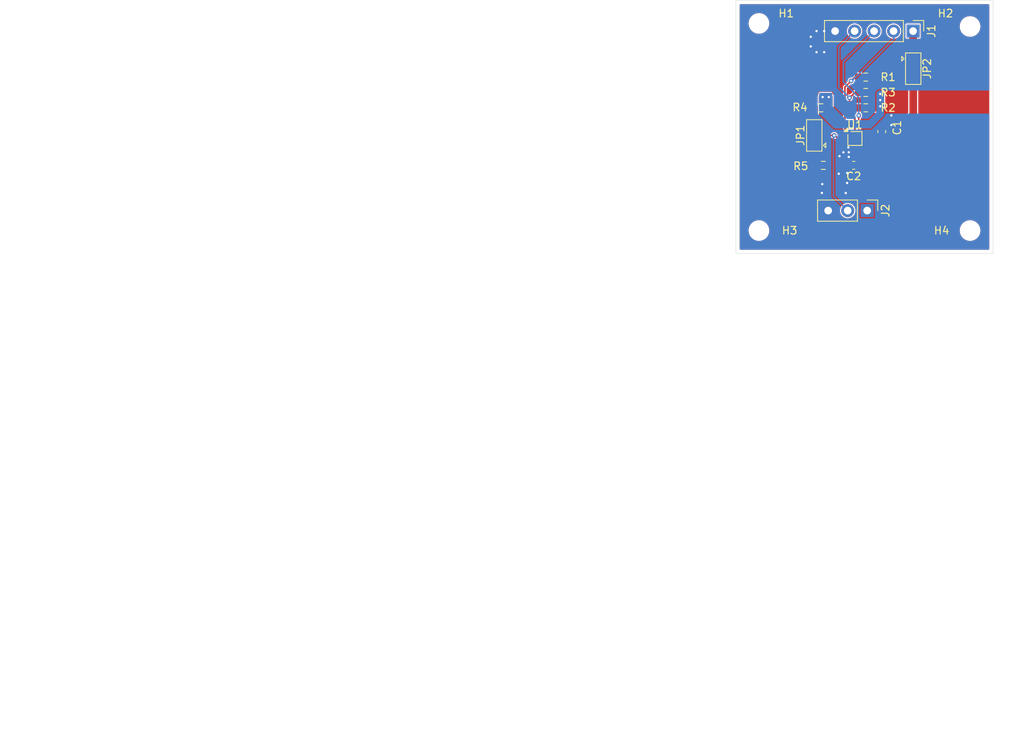
<source format=kicad_pcb>
(kicad_pcb (version 20241229) (generator "pcbnew") (generator_version "9.0")
  (layers (0 "F.Cu" signal) (2 "B.Cu" signal) (13 "F.Paste" user) (15 "B.Paste" user) (5 "F.SilkS" user "F.Silkscreen") (7 "B.SilkS" user "B.Silkscreen") (1 "F.Mask" user) (3 "B.Mask" user) (25 "Edge.Cuts" user))
  (net 0 "")
  (net 1 "VDD")
  (net 2 "GNDREF")
  (net 3 "+BATT")
  (net 4 "/GPOUT")
  (net 5 "/SCL")
  (net 6 "VDDE")
  (net 7 "/SDA")
  (net 8 "/BIN")
  (net 9 "VDDEx")
  (net 10 "Net-(JP1-A)")
  (net 11 "Net-(JP1-B)")
  (footprint "Connector_PinHeader_2.54mm:PinHeader_1x05_P2.54mm_Vertical" (layer "F.Cu") (at 146.78 83.55 -90)
    (property "Reference" "J1" (at 0 -2.38 90) (layer "F.SilkS"))
    (property "Value" "Conn_01x05_Pin" (hide yes))
    (fp_line (start -1.38 11.54) (end 1.38 11.54) (stroke (width 0.12)) (layer "F.SilkS"))
    (fp_line (start -1.38 1.27) (end -1.38 11.54) (stroke (width 0.12)) (layer "F.SilkS"))
    (fp_line (start -1.38 1.27) (end 1.38 1.27) (stroke (width 0.12)) (layer "F.SilkS"))
    (fp_line (start 1.38 1.27) (end 1.38 11.54) (stroke (width 0.12)) (layer "F.SilkS"))
    (fp_line (start -1.38 0) (end -1.38 -1.38) (stroke (width 0.12)) (layer "F.SilkS"))
    (fp_line (start -1.38 -1.38) (end 0 -1.38) (stroke (width 0.12)) (layer "F.SilkS"))
    (pad "1" thru_hole rect (at 0 0 270) (size 1.7 1.7) (drill 1) (layers "*.Cu" "*.Mask") (net 6 "VDDE"))
    (pad "2" thru_hole circle (at 0 2.54 270) (size 1.7 1.7) (drill 1) (layers "*.Cu" "*.Mask") (net 4 "/GPOUT"))
    (pad "3" thru_hole circle (at 0 5.08 270) (size 1.7 1.7) (drill 1) (layers "*.Cu" "*.Mask") (net 5 "/SCL"))
    (pad "4" thru_hole circle (at 0 7.62 270) (size 1.7 1.7) (drill 1) (layers "*.Cu" "*.Mask") (net 7 "/SDA"))
    (pad "5" thru_hole circle (at 0 10.16 270) (size 1.7 1.7) (drill 1) (layers "*.Cu" "*.Mask") (net 2 "GNDREF"))
  )
  (footprint "Resistor_SMD:R_0603_1608Metric_Pad0.98x0.95mm_HandSolder" (layer "F.Cu") (at 140.6125 89.55 180)
    (property "Reference" "R1" (at -2.9125 0 0) (layer "F.SilkS"))
    (property "Value" "10k" (hide yes))
    (fp_line (start -0.254724 0.5225) (end 0.254724 0.5225) (stroke (width 0.12)) (layer "F.SilkS"))
    (fp_line (start -0.254724 -0.5225) (end 0.254724 -0.5225) (stroke (width 0.12)) (layer "F.SilkS"))
    (pad "1" smd roundrect (at -0.9125 0 180) (size 0.975 0.95) (layers "F.Cu" "F.Mask" "F.Paste") (net 9 "VDDEx"))
    (pad "2" smd roundrect (at 0.9125 0 180) (size 0.975 0.95) (layers "F.Cu" "F.Mask" "F.Paste") (net 4 "/GPOUT"))
  )
  (footprint "Jumper:SolderJumper-3_P1.3mm_Bridged12_Pad1.0x1.5mm" (layer "F.Cu") (at 146.8 88.45 -90)
    (property "Reference" "JP2" (at 0 -1.8 90) (layer "F.SilkS"))
    (property "Value" "SolderJumper_3_Bridged12" (hide yes))
    (fp_poly (pts (xy -0.9 -0.3) (xy -0.4 -0.3) (xy -0.4 0.3) (xy -0.9 0.3)) (fill yes) (layer "F.Cu"))
    (fp_line (start -1.6 1.5) (end -1 1.5) (stroke (width 0.12)) (layer "F.SilkS"))
    (fp_line (start -1.3 1.2) (end -1.6 1.5) (stroke (width 0.12)) (layer "F.SilkS"))
    (fp_line (start -1.3 1.2) (end -1 1.5) (stroke (width 0.12)) (layer "F.SilkS"))
    (fp_line (start -2.05 1) (end -2.05 -1) (stroke (width 0.12)) (layer "F.SilkS"))
    (fp_line (start 2.05 1) (end -2.05 1) (stroke (width 0.12)) (layer "F.SilkS"))
    (fp_line (start -2.05 -1) (end 2.05 -1) (stroke (width 0.12)) (layer "F.SilkS"))
    (fp_line (start 2.05 -1) (end 2.05 1) (stroke (width 0.12)) (layer "F.SilkS"))
    (pad "1" smd rect (at -1.3 0 270) (size 1 1.5) (layers "F.Cu" "F.Mask") (net 6 "VDDE"))
    (pad "2" smd rect (at 0 0 270) (size 1 1.5) (layers "F.Cu" "F.Mask") (net 9 "VDDEx"))
    (pad "3" smd rect (at 1.3 0 270) (size 1 1.5) (layers "F.Cu" "F.Mask") (net 1 "VDD"))
  )
  (footprint "MountingHole:MountingHole_2.2mm_M2" (layer "F.Cu") (at 154.2 109.55)
    (property "Reference" "H4" (at -3.7 0 0) (layer "F.SilkS"))
    (property "Value" "MountingHole" (hide yes))
    (pad "" np_thru_hole circle (at 0 0) (size 2.2 2.2) (drill 2.2) (layers "*.Cu" "*.Mask"))
  )
  (footprint "Resistor_SMD:R_0603_1608Metric_Pad0.98x0.95mm_HandSolder" (layer "F.Cu") (at 134.7875 93.55 180)
    (property "Reference" "R4" (at 2.7375 0.05 0) (layer "F.SilkS"))
    (property "Value" "1.8M" (hide yes))
    (fp_line (start -0.254724 0.5225) (end 0.254724 0.5225) (stroke (width 0.12)) (layer "F.SilkS"))
    (fp_line (start -0.254724 -0.5225) (end 0.254724 -0.5225) (stroke (width 0.12)) (layer "F.SilkS"))
    (pad "1" smd roundrect (at -0.9125 0 180) (size 0.975 0.95) (layers "F.Cu" "F.Mask" "F.Paste") (net 9 "VDDEx"))
    (pad "2" smd roundrect (at 0.9125 0 180) (size 0.975 0.95) (layers "F.Cu" "F.Mask" "F.Paste") (net 11 "Net-(JP1-B)"))
  )
  (footprint "Capacitor_SMD:C_0603_1608Metric_Pad1.08x0.95mm_HandSolder" (layer "F.Cu") (at 142.7 96.65 90)
    (property "Reference" "C1" (at 0.5 2 90) (layer "F.SilkS"))
    (property "Value" "0.47u" (hide yes))
    (fp_line (start -0.146267 -0.51) (end 0.146267 -0.51) (stroke (width 0.12)) (layer "F.SilkS"))
    (fp_line (start -0.146267 0.51) (end 0.146267 0.51) (stroke (width 0.12)) (layer "F.SilkS"))
    (pad "1" smd roundrect (at -0.8625 0 90) (size 1.075 0.95) (layers "F.Cu" "F.Mask" "F.Paste") (net 1 "VDD"))
    (pad "2" smd roundrect (at 0.8625 0 90) (size 1.075 0.95) (layers "F.Cu" "F.Mask" "F.Paste") (net 2 "GNDREF"))
  )
  (footprint "Resistor_SMD:R_0603_1608Metric_Pad0.98x0.95mm_HandSolder" (layer "F.Cu") (at 135.0875 101.05)
    (property "Reference" "R5" (at -2.9375 0.1 0) (layer "F.SilkS"))
    (property "Value" "10k" (hide yes))
    (fp_line (start -0.254724 -0.5225) (end 0.254724 -0.5225) (stroke (width 0.12)) (layer "F.SilkS"))
    (fp_line (start -0.254724 0.5225) (end 0.254724 0.5225) (stroke (width 0.12)) (layer "F.SilkS"))
    (pad "1" smd roundrect (at -0.9125 0) (size 0.975 0.95) (layers "F.Cu" "F.Mask" "F.Paste") (net 10 "Net-(JP1-A)"))
    (pad "2" smd roundrect (at 0.9125 0) (size 0.975 0.95) (layers "F.Cu" "F.Mask" "F.Paste") (net 2 "GNDREF"))
  )
  (footprint "Fiducial:Fiducial_0.5mm_Mask1mm" (layer "F.Cu") (at 150.5 85.75)
    (property "Reference" "FID1" (hide yes))
    (property "Value" "Fiducial" (hide yes))
    (pad "" smd circle (at 0 0) (size 0.5 0.5) (layers "F.Cu" "F.Mask") (clearance 0.25))
  )
  (footprint "MountingHole:MountingHole_2.2mm_M2" (layer "F.Cu") (at 126.7 109.55)
    (property "Reference" "H3" (at 4 0 0) (layer "F.SilkS"))
    (property "Value" "MountingHole" (hide yes))
    (pad "" np_thru_hole circle (at 0 0) (size 2.2 2.2) (drill 2.2) (layers "*.Cu" "*.Mask"))
  )
  (footprint "Jumper:SolderJumper-3_P1.3mm_Bridged12_Pad1.0x1.5mm" (layer "F.Cu") (at 133.9075 97.15 90)
    (property "Reference" "JP1" (at 0 -1.8 90) (layer "F.SilkS"))
    (property "Value" "SolderJumper_3_Bridged12" (hide yes))
    (fp_poly (pts (xy -0.9 -0.3) (xy -0.4 -0.3) (xy -0.4 0.3) (xy -0.9 0.3)) (fill yes) (layer "F.Cu"))
    (fp_line (start 2.05 -1) (end 2.05 1) (stroke (width 0.12)) (layer "F.SilkS"))
    (fp_line (start -2.05 -1) (end 2.05 -1) (stroke (width 0.12)) (layer "F.SilkS"))
    (fp_line (start 2.05 1) (end -2.05 1) (stroke (width 0.12)) (layer "F.SilkS"))
    (fp_line (start -2.05 1) (end -2.05 -1) (stroke (width 0.12)) (layer "F.SilkS"))
    (fp_line (start -1.3 1.2) (end -1 1.5) (stroke (width 0.12)) (layer "F.SilkS"))
    (fp_line (start -1.3 1.2) (end -1.6 1.5) (stroke (width 0.12)) (layer "F.SilkS"))
    (fp_line (start -1.6 1.5) (end -1 1.5) (stroke (width 0.12)) (layer "F.SilkS"))
    (pad "1" smd rect (at -1.3 0 90) (size 1 1.5) (layers "F.Cu" "F.Mask") (net 10 "Net-(JP1-A)"))
    (pad "2" smd rect (at 0 0 90) (size 1 1.5) (layers "F.Cu" "F.Mask") (net 8 "/BIN"))
    (pad "3" smd rect (at 1.3 0 90) (size 1 1.5) (layers "F.Cu" "F.Mask") (net 11 "Net-(JP1-B)"))
  )
  (footprint "MountingHole:MountingHole_2.2mm_M2" (layer "F.Cu") (at 126.7 82.55)
    (property "Reference" "H1" (at 3.55 -1.3 0) (layer "F.SilkS"))
    (property "Value" "MountingHole" (hide yes))
    (pad "" np_thru_hole circle (at 0 0) (size 2.2 2.2) (drill 2.2) (layers "*.Cu" "*.Mask"))
  )
  (footprint "Package_BGA:Texas_DSBGA-9_1.62x1.58mm_Layout3x3_P0.5mm" (layer "F.Cu") (at 139.2 97.55)
    (property "Reference" "U1" (at 0 -1.79 0) (layer "F.SilkS"))
    (property "Value" "BQ27621-G1" (hide yes))
    (fp_line (start -0.92 0.9) (end -0.92 -0.505) (stroke (width 0.12)) (layer "F.SilkS"))
    (fp_line (start -0.525 -0.9) (end 0.92 -0.9) (stroke (width 0.12)) (layer "F.SilkS"))
    (fp_line (start 0.92 -0.9) (end 0.92 0.9) (stroke (width 0.12)) (layer "F.SilkS"))
    (fp_line (start 0.92 0.9) (end -0.92 0.9) (stroke (width 0.12)) (layer "F.SilkS"))
    (fp_poly (pts (xy -0.92 -0.9) (xy -1.42 -0.9) (xy -0.92 -1.4)) (stroke (width 0.12)) (fill yes) (layer "F.SilkS"))
    (pad "A1" smd circle (at -0.5 -0.5) (size 0.245 0.245) (property pad_prop_bga) (layers "F.Cu" "F.Mask" "F.Paste") (net 4 "/GPOUT"))
    (pad "A2" smd circle (at 0 -0.5) (size 0.245 0.245) (property pad_prop_bga) (layers "F.Cu" "F.Mask" "F.Paste") (net 7 "/SDA"))
    (pad "A3" smd circle (at 0.5 -0.5) (size 0.245 0.245) (property pad_prop_bga) (layers "F.Cu" "F.Mask" "F.Paste") (net 5 "/SCL"))
    (pad "B1" smd circle (at -0.5 0) (size 0.245 0.245) (property pad_prop_bga) (layers "F.Cu" "F.Mask" "F.Paste") (net 8 "/BIN"))
    (pad "B2" smd circle (at 0 0) (size 0.245 0.245) (property pad_prop_bga) (layers "F.Cu" "F.Mask" "F.Paste") (net 2 "GNDREF"))
    (pad "B3" smd circle (at 0.5 0) (size 0.245 0.245) (property pad_prop_bga) (layers "F.Cu" "F.Mask" "F.Paste") (net 1 "VDD"))
    (pad "C1" smd circle (at -0.5 0.5) (size 0.245 0.245) (property pad_prop_bga) (layers "F.Cu" "F.Mask" "F.Paste") (net 2 "GNDREF"))
    (pad "C2" smd circle (at 0 0.5) (size 0.245 0.245) (property pad_prop_bga) (layers "F.Cu" "F.Mask" "F.Paste") (net 3 "+BATT"))
    (pad "C3" smd circle (at 0.5 0.5) (size 0.245 0.245) (property pad_prop_bga) (layers "F.Cu" "F.Mask" "F.Paste") (net 3 "+BATT"))
  )
  (footprint "Fiducial:Fiducial_0.5mm_Mask1mm" (layer "F.Cu") (at 147.5 110.5)
    (property "Reference" "FID3" (hide yes))
    (property "Value" "Fiducial" (hide yes))
    (pad "" smd circle (at 0 0) (size 0.5 0.5) (layers "F.Cu" "F.Mask") (clearance 0.25))
  )
  (footprint "Connector_PinHeader_2.54mm:PinHeader_1x03_P2.54mm_Vertical" (layer "F.Cu") (at 140.8 106.95 -90)
    (property "Reference" "J2" (at 0 -2.38 90) (layer "F.SilkS"))
    (property "Value" "Conn_01x03_Pin" (hide yes))
    (fp_line (start -1.38 6.46) (end 1.38 6.46) (stroke (width 0.12)) (layer "F.SilkS"))
    (fp_line (start -1.38 1.27) (end -1.38 6.46) (stroke (width 0.12)) (layer "F.SilkS"))
    (fp_line (start -1.38 1.27) (end 1.38 1.27) (stroke (width 0.12)) (layer "F.SilkS"))
    (fp_line (start 1.38 1.27) (end 1.38 6.46) (stroke (width 0.12)) (layer "F.SilkS"))
    (fp_line (start -1.38 0) (end -1.38 -1.38) (stroke (width 0.12)) (layer "F.SilkS"))
    (fp_line (start -1.38 -1.38) (end 0 -1.38) (stroke (width 0.12)) (layer "F.SilkS"))
    (pad "1" thru_hole rect (at 0 0 270) (size 1.7 1.7) (drill 1) (layers "*.Cu" "*.Mask") (net 3 "+BATT"))
    (pad "2" thru_hole circle (at 0 2.54 270) (size 1.7 1.7) (drill 1) (layers "*.Cu" "*.Mask") (net 8 "/BIN"))
    (pad "3" thru_hole circle (at 0 5.08 270) (size 1.7 1.7) (drill 1) (layers "*.Cu" "*.Mask") (net 2 "GNDREF"))
  )
  (footprint "Resistor_SMD:R_0603_1608Metric_Pad0.98x0.95mm_HandSolder" (layer "F.Cu") (at 140.6125 93.55 180)
    (property "Reference" "R2" (at -2.9125 0 0) (layer "F.SilkS"))
    (property "Value" "5.1k" (hide yes))
    (fp_line (start -0.254724 0.5225) (end 0.254724 0.5225) (stroke (width 0.12)) (layer "F.SilkS"))
    (fp_line (start -0.254724 -0.5225) (end 0.254724 -0.5225) (stroke (width 0.12)) (layer "F.SilkS"))
    (pad "1" smd roundrect (at -0.9125 0 180) (size 0.975 0.95) (layers "F.Cu" "F.Mask" "F.Paste") (net 9 "VDDEx"))
    (pad "2" smd roundrect (at 0.9125 0 180) (size 0.975 0.95) (layers "F.Cu" "F.Mask" "F.Paste") (net 5 "/SCL"))
  )
  (footprint "Fiducial:Fiducial_0.5mm_Mask1mm" (layer "F.Cu") (at 126.2 88.55)
    (property "Reference" "FID2" (hide yes))
    (property "Value" "Fiducial" (hide yes))
    (pad "" smd circle (at 0 0) (size 0.5 0.5) (layers "F.Cu" "F.Mask") (clearance 0.25))
  )
  (footprint "Capacitor_SMD:C_0603_1608Metric_Pad1.08x0.95mm_HandSolder" (layer "F.Cu") (at 139.05 101.05 180)
    (property "Reference" "C2" (at 0 -1.43 0) (layer "F.SilkS"))
    (property "Value" "1u" (hide yes))
    (fp_line (start -0.146267 0.51) (end 0.146267 0.51) (stroke (width 0.12)) (layer "F.SilkS"))
    (fp_line (start -0.146267 -0.51) (end 0.146267 -0.51) (stroke (width 0.12)) (layer "F.SilkS"))
    (pad "1" smd roundrect (at -0.8625 0 180) (size 1.075 0.95) (layers "F.Cu" "F.Mask" "F.Paste") (net 3 "+BATT"))
    (pad "2" smd roundrect (at 0.8625 0 180) (size 1.075 0.95) (layers "F.Cu" "F.Mask" "F.Paste") (net 2 "GNDREF"))
  )
  (footprint "MountingHole:MountingHole_2.2mm_M2" (layer "F.Cu") (at 154.2 82.95)
    (property "Reference" "H2" (at -3.2 -1.7 0) (layer "F.SilkS"))
    (property "Value" "MountingHole" (hide yes))
    (pad "" np_thru_hole circle (at 0 0) (size 2.2 2.2) (drill 2.2) (layers "*.Cu" "*.Mask"))
  )
  (footprint "Resistor_SMD:R_0603_1608Metric_Pad0.98x0.95mm_HandSolder" (layer "F.Cu") (at 140.6125 91.55 180)
    (property "Reference" "R3" (at -2.9125 0 0) (layer "F.SilkS"))
    (property "Value" "5.1k" (hide yes))
    (fp_line (start -0.254724 0.5225) (end 0.254724 0.5225) (stroke (width 0.12)) (layer "F.SilkS"))
    (fp_line (start -0.254724 -0.5225) (end 0.254724 -0.5225) (stroke (width 0.12)) (layer "F.SilkS"))
    (pad "1" smd roundrect (at -0.9125 0 180) (size 0.975 0.95) (layers "F.Cu" "F.Mask" "F.Paste") (net 9 "VDDEx"))
    (pad "2" smd roundrect (at 0.9125 0 180) (size 0.975 0.95) (layers "F.Cu" "F.Mask" "F.Paste") (net 7 "/SDA"))
  )
  (gr_poly (pts (xy 139.15 97.95) (xy 140 97.95) (xy 140.6 98.55) (xy 142.2 100.35) (xy 142.2 103.55) (xy 142.2 108.55) (xy 139.4 108.55) (xy 139.4 98.35) (xy 139.15 98.183334)) (stroke (width 0.1)) (fill yes) (layer "F.Cu") (net 3))
  (gr_rect (start 134.75 92.25) (end 136 92.25) (stroke (width 0.2)) (fill no) (layer "F.Cu") (net 9))
  (gr_rect (start 134.7 91.7246) (end 136.05 91.9) (stroke (width 0.2)) (fill no) (layer "F.Cu") (net 9))
  (gr_poly (pts (xy 138.85 97.9) (xy 138.85 98.19) (xy 138.65 98.35) (xy 138.65 104.55) (xy 136.9 106.15) (xy 136.9 108.55) (xy 134.25 108.55) (xy 134.25 103.8) (xy 135.5 102.25) (xy 135.5 100.25) (xy 135.8 100.25) (xy 137.7 98.7) (xy 138.35 97.9)) (stroke (width 0.1)) (fill yes) (layer "F.Cu") (net 2))
  (gr_poly (pts (xy 134.6 91.65) (xy 136.2 91.65) (xy 136.2 92.45) (xy 134.6 92.45)) (stroke (width 0.1)) (fill yes) (layer "B.Cu") (net 9))
  (gr_rect (start 123.7 79.55) (end 157.2 112.55) (stroke (width 0.05)) (fill no) (layer "Edge.Cuts"))
  (segment (start 140.3 97.55) (end 140.8 97.55) (width 0.5) (layer "F.Cu") (net 1))
  (segment (start 143.7 97.55) (end 140.8 97.55) (width 1) (layer "F.Cu") (net 1))
  (segment (start 139.7 97.55) (end 140.3 97.55) (width 0.2) (layer "F.Cu") (net 1))
  (segment (start 146.8 89.75) (end 146.8 94.45) (width 1) (layer "F.Cu") (net 1))
  (segment (start 146.8 94.45) (end 143.7 97.55) (width 1) (layer "F.Cu") (net 1))
  (segment (start 138.35 98.7) (end 137.8 99.25) (width 0.15) (layer "F.Cu") (net 2))
  (segment (start 138.749 98.001) (end 138.749 97.951) (width 0.2) (layer "F.Cu") (net 2))
  (segment (start 136 101.85) (end 136.3 102.15) (width 0.15) (layer "F.Cu") (net 2))
  (segment (start 135.2 103.95) (end 136.6 103.95) (width 0.2) (layer "F.Cu") (net 2))
  (segment (start 136 101.55) (end 136 101.85) (width 0.15) (layer "F.Cu") (net 2))
  (segment (start 138.4 101.4) (end 138.4 99.85) (width 0.2) (layer "F.Cu") (net 2))
  (segment (start 136.3 102.15) (end 137.1 102.15) (width 0.15) (layer "F.Cu") (net 2))
  (segment (start 138.1875 101.05) (end 138.1875 103.35) (width 0.2) (layer "F.Cu") (net 2))
  (segment (start 138.4 99.85) (end 137.8 99.25) (width 0.2) (layer "F.Cu") (net 2))
  (segment (start 138.1 102.15) (end 138.2 102.05) (width 0.15) (layer "F.Cu") (net 2))
  (segment (start 136.575 100.175) (end 138.7 98.05) (width 0.2) (layer "F.Cu") (net 2))
  (segment (start 134.9 103.55) (end 134.95 103.5) (width 0.2) (layer "F.Cu") (net 2))
  (segment (start 136.62 83.55) (end 136.7 83.55) (width 0.2) (layer "F.Cu") (net 2))
  (segment (start 138.35 101.45) (end 138.35 98.7) (width 0.2) (layer "F.Cu") (net 2))
  (segment (start 136.9 104.25) (end 136.9 105.45) (width 0.2) (layer "F.Cu") (net 2))
  (segment (start 137.8 99.25) (end 137.4 99.65) (width 0.15) (layer "F.Cu") (net 2))
  (segment (start 135.72 106.37) (end 134.9 105.55) (width 0.2) (layer "F.Cu") (net 2))
  (segment (start 137.8 99.25) (end 137.9 99.15) (width 0.2) (layer "F.Cu") (net 2))
  (segment (start 135.2 83.55) (end 134.2 83.55) (width 0.2) (layer "F.Cu") (net 2))
  (segment (start 142.7 95.7875) (end 143.9375 95.7875) (width 0.2) (layer "F.Cu") (net 2))
  (segment (start 143.95 95.8) (end 143.95 94.55) (width 0.2) (layer "F.Cu") (net 2))
  (segment (start 134.9 105.55) (end 134.9 104.65) (width 0.2) (layer "F.Cu") (net 2))
  (segment (start 138.01 104.66) (end 135.72 106.95) (width 0.2) (layer "F.Cu") (net 2))
  (segment (start 136.575 100.475) (end 138.35 98.7) (width 0.15) (layer "F.Cu") (net 2))
  (segment (start 135.72 106.95) (end 135.72 106.37) (width 0.2) (layer "F.Cu") (net 2))
  (segment (start 137.1 102.15) (end 138.1 102.15) (width 0.15) (layer "F.Cu") (net 2))
  (segment (start 138.7 98.05) (end 139.2 97.55) (width 0.15) (layer "F.Cu") (net 2))
  (segment (start 133.7 83.55) (end 133.45 83.8) (width 0.2) (layer "F.Cu") (net 2))
  (segment (start 134.9 104.65) (end 134.9 104.25) (width 0.2) (layer "F.Cu") (net 2))
  (segment (start 136.9 105.45) (end 136.4 105.95) (width 0.2) (layer "F.Cu") (net 2))
  (segment (start 133.7 86.3) (end 135.2 86.3) (width 0.2) (layer "F.Cu") (net 2))
  (segment (start 136 102.45) (end 136 101.55) (width 0.2) (layer "F.Cu") (net 2))
  (segment (start 136 101.05) (end 136 101.55) (width 0.15) (layer "F.Cu") (net 2))
  (segment (start 136.575 101.075) (end 138.5 99.15) (width 0.2) (layer "F.Cu") (net 2))
  (segment (start 137.8 99.85) (end 138.4 99.25) (width 0.2) (layer "F.Cu") (net 2))
  (segment (start 138.1875 103.35) (end 138.1875 104.4825) (width 0.2) (layer "F.Cu") (net 2))
  (segment (start 133.45 85.55) (end 133.45 86.05) (width 0.2) (layer "F.Cu") (net 2))
  (segment (start 133.45 83.8) (end 133.45 85.55) (width 0.2) (layer "F.Cu") (net 2))
  (segment (start 138.7 98.05) (end 138.749 98.001) (width 0.2) (layer "F.Cu") (net 2))
  (segment (start 138.1875 104.4825) (end 138.01 104.66) (width 0.2) (layer "F.Cu") (net 2))
  (segment (start 136.7 83.55) (end 135.2 83.55) (width 0.2) (layer "F.Cu") (net 2))
  (segment (start 134.95 103.5) (end 136 102.45) (width 0.2) (layer "F.Cu") (net 2))
  (segment (start 133.45 86.05) (end 133.7 86.3) (width 0.2) (layer "F.Cu") (net 2))
  (segment (start 134.9 104.65) (end 134.9 103.55) (width 0.2) (layer "F.Cu") (net 2))
  (segment (start 137.2 99.85) (end 137.8 99.85) (width 0.2) (layer "F.Cu") (net 2))
  (segment (start 136 101.05) (end 137.4 99.65) (width 0.15) (layer "F.Cu") (net 2))
  (segment (start 136.6 103.95) (end 136.9 104.25) (width 0.2) (layer "F.Cu") (net 2))
  (segment (start 134.9 104.25) (end 135.2 103.95) (width 0.2) (layer "F.Cu") (net 2))
  (segment (start 134.2 83.55) (end 133.7 83.55) (width 0.2) (layer "F.Cu") (net 2))
  (segment (start 143.9375 95.7875) (end 143.95 95.8) (width 0.2) (layer "F.Cu") (net 2))
  (via (at 138.2 102.05) (size 0.6) (drill 0.3) (layers "F.Cu" "B.Cu") (net 2))
  (via (at 138.01 104.66) (size 0.6) (drill 0.3) (layers "F.Cu" "B.Cu") (net 2))
  (via (at 137.7 99.35) (size 0.6) (drill 0.3) (layers "F.Cu" "B.Cu") (net 2))
  (via (at 143.95 94.55) (size 0.6) (drill 0.3) (layers "F.Cu" "B.Cu") (net 2))
  (via (at 138.1875 103.35) (size 0.6) (drill 0.3) (layers "F.Cu" "B.Cu") (net 2))
  (via (at 138.4 99.35) (size 0.6) (drill 0.3) (layers "F.Cu" "B.Cu") (net 2))
  (via (at 137.2 99.85) (size 0.6) (drill 0.3) (layers "F.Cu" "B.Cu") (net 2))
  (via (at 138.4 99.95) (size 0.6) (drill 0.3) (layers "F.Cu" "B.Cu") (net 2))
  (via (at 143.95 95.8) (size 0.6) (drill 0.3) (layers "F.Cu" "B.Cu") (net 2))
  (via (at 133.45 85.55) (size 0.6) (drill 0.3) (layers "F.Cu" "B.Cu") (net 2))
  (via (at 138.35 98.7) (size 0.6) (drill 0.3) (layers "F.Cu" "B.Cu") (net 2))
  (via (at 134.2 86.3) (size 0.6) (drill 0.3) (layers "F.Cu" "B.Cu") (net 2))
  (via (at 134.2 83.55) (size 0.6) (drill 0.3) (layers "F.Cu" "B.Cu") (net 2))
  (via (at 137.1 102.15) (size 0.6) (drill 0.3) (layers "F.Cu" "B.Cu") (net 2))
  (via (at 133.45 84.3) (size 0.6) (drill 0.3) (layers "F.Cu" "B.Cu") (net 2))
  (via (at 134.9 104.65) (size 0.6) (drill 0.3) (layers "F.Cu" "B.Cu") (net 2))
  (via (at 134.95 103.5) (size 0.6) (drill 0.3) (layers "F.Cu" "B.Cu") (net 2))
  (via (at 135.2 83.55) (size 0.6) (drill 0.3) (layers "F.Cu" "B.Cu") (net 2))
  (via (at 135.2 86.3) (size 0.6) (drill 0.3) (layers "F.Cu" "B.Cu") (net 2))
  (segment (start 137.9 90.85) (end 139.2 89.55) (width 0.2) (layer "F.Cu") (net 4))
  (segment (start 139.2 89.55) (end 139.7 89.55) (width 0.2) (layer "F.Cu") (net 4))
  (segment (start 138.7 97.05) (end 137.9 96.25) (width 0.2) (layer "F.Cu") (net 4))
  (segment (start 137.9 96.25) (end 137.9 90.85) (width 0.2) (layer "F.Cu") (net 4))
  (via (at 138.7 90.05) (size 0.6) (drill 0.3) (layers "F.Cu" "B.Cu") (net 4))
  (segment (start 144.3 84.55) (end 144.24 84.49) (width 0.2) (layer "B.Cu") (net 4))
  (segment (start 144.24 84.49) (end 144.24 83.55) (width 0.2) (layer "B.Cu") (net 4))
  (segment (start 138.7 90.05) (end 138.8 90.05) (width 0.2) (layer "B.Cu") (net 4))
  (segment (start 138.8 90.05) (end 144.3 84.55) (width 0.2) (layer "B.Cu") (net 4))
  (segment (start 139.7 97.05) (end 139.7 94.55) (width 0.2) (layer "F.Cu") (net 5))
  (segment (start 139.7 94.55) (end 139.7 93.55) (width 0.2) (layer "F.Cu") (net 5))
  (via (at 139.7 94.55) (size 0.6) (drill 0.3) (layers "F.Cu" "B.Cu") (net 5))
  (segment (start 139.7 92.177991) (end 137.698 90.175991) (width 0.2) (layer "B.Cu") (net 5))
  (segment (start 139.7 94.55) (end 139.7 92.177991) (width 0.2) (layer "B.Cu") (net 5))
  (segment (start 137.698 90.175991) (end 137.698 87.552) (width 0.2) (layer "B.Cu") (net 5))
  (segment (start 137.698 87.552) (end 141.7 83.55) (width 0.2) (layer "B.Cu") (net 5))
  (segment (start 146.78 83.55) (end 146.78 87.13) (width 1) (layer "F.Cu") (net 6))
  (segment (start 146.78 87.13) (end 146.8 87.15) (width 0.2) (layer "F.Cu") (net 6))
  (segment (start 139.2 91.55) (end 139.7 91.55) (width 0.2) (layer "F.Cu") (net 7))
  (segment (start 139.2 95.05) (end 138.5 94.35) (width 0.2) (layer "F.Cu") (net 7))
  (segment (start 138.5 92.25) (end 139.2 91.55) (width 0.2) (layer "F.Cu") (net 7))
  (segment (start 139.2 97.05) (end 139.2 95.05) (width 0.2) (layer "F.Cu") (net 7))
  (segment (start 138.5 94.35) (end 138.5 92.25) (width 0.2) (layer "F.Cu") (net 7))
  (via (at 138.5 92.25) (size 0.6) (drill 0.3) (layers "F.Cu" "B.Cu") (net 7))
  (segment (start 137.1 90.85) (end 137.1 85.61) (width 0.2) (layer "B.Cu") (net 7))
  (segment (start 138.5 92.25) (end 137.1 90.85) (width 0.2) (layer "B.Cu") (net 7))
  (segment (start 137.1 85.61) (end 139.16 83.55) (width 0.2) (layer "B.Cu") (net 7))
  (segment (start 136.5 97.15) (end 133.9075 97.15) (width 0.2) (layer "F.Cu") (net 8))
  (segment (start 136.6 97.15) (end 136.5 97.15) (width 0.2) (layer "F.Cu") (net 8))
  (segment (start 137 97.55) (end 136.6 97.15) (width 0.2) (layer "F.Cu") (net 8))
  (segment (start 138.7 97.55) (end 137 97.55) (width 0.2) (layer "F.Cu") (net 8))
  (via (at 136.5 97.15) (size 0.6) (drill 0.3) (layers "F.Cu" "B.Cu") (net 8))
  (segment (start 136.4 105.09) (end 138.26 106.95) (width 0.2) (layer "B.Cu") (net 8))
  (segment (start 136.4 97.25) (end 136.4 105.09) (width 0.2) (layer "B.Cu") (net 8))
  (segment (start 136.5 97.15) (end 136.4 97.25) (width 0.2) (layer "B.Cu") (net 8))
  (segment (start 142.2 93.55) (end 141.525 93.55) (width 1) (layer "F.Cu") (net 9))
  (segment (start 135 92.15) (end 135 92.85) (width 1) (layer "F.Cu") (net 9))
  (segment (start 141.525 89.55) (end 141.525 91.55) (width 1) (layer "F.Cu") (net 9))
  (segment (start 142.5 91.75) (end 142.5 92.55) (width 1) (layer "F.Cu") (net 9))
  (segment (start 142.625 88.45) (end 141.525 89.55) (width 1) (layer "F.Cu") (net 9))
  (segment (start 141.525 89.55) (end 141.525 90.75) (width 1) (layer "F.Cu") (net 9))
  (segment (start 135.8 93.45) (end 135.8 92.15) (width 1) (layer "F.Cu") (net 9))
  (segment (start 135 92.85) (end 135.7 93.55) (width 1) (layer "F.Cu") (net 9))
  (segment (start 142.5 92.55) (end 142.5 93.25) (width 1) (layer "F.Cu") (net 9))
  (segment (start 135.7 93.55) (end 135.8 93.45) (width 1) (layer "F.Cu") (net 9))
  (segment (start 146.8 88.45) (end 142.625 88.45) (width 1) (layer "F.Cu") (net 9))
  (segment (start 141.525 91.55) (end 141.525 93.55) (width 1) (layer "F.Cu") (net 9))
  (segment (start 142.5 93.25) (end 142.2 93.55) (width 1) (layer "F.Cu") (net 9))
  (segment (start 142.5 91.725) (end 142.5 91.75) (width 1) (layer "F.Cu") (net 9))
  (segment (start 141.525 90.75) (end 142.5 91.725) (width 1) (layer "F.Cu") (net 9))
  (via (at 135.8 92.15) (size 0.6) (drill 0.3) (layers "F.Cu" "B.Cu") (net 9))
  (via (at 142.5 91.75) (size 0.6) (drill 0.3) (layers "F.Cu" "B.Cu") (net 9))
  (via (at 142.5 93.35) (size 0.6) (drill 0.3) (layers "F.Cu" "B.Cu") (net 9))
  (via (at 135 92.15) (size 0.6) (drill 0.3) (layers "F.Cu" "B.Cu") (net 9))
  (via (at 142.5 92.55) (size 0.6) (drill 0.3) (layers "F.Cu" "B.Cu") (net 9))
  (segment (start 135 94.05) (end 136.7 95.75) (width 1) (layer "B.Cu") (net 9))
  (segment (start 136.7 95.75) (end 141.1 95.75) (width 1) (layer "B.Cu") (net 9))
  (segment (start 141.2 95.25) (end 142.5 93.95) (width 0.2) (layer "B.Cu") (net 9))
  (segment (start 142.5 94.35) (end 142.5 91.75) (width 1) (layer "B.Cu") (net 9))
  (segment (start 141.1 95.75) (end 142.5 94.35) (width 1) (layer "B.Cu") (net 9))
  (segment (start 137.5 95.25) (end 141.2 95.25) (width 0.2) (layer "B.Cu") (net 9))
  (segment (start 135.8 93.55) (end 137.5 95.25) (width 1) (layer "B.Cu") (net 9))
  (segment (start 142.5 93.95) (end 142.5 93.35) (width 0.2) (layer "B.Cu") (net 9))
  (segment (start 135.8 92.15) (end 135.8 93.55) (width 1) (layer "B.Cu") (net 9))
  (segment (start 135 92.15) (end 135 94.05) (width 1) (layer "B.Cu") (net 9))
  (segment (start 135 92.15) (end 135 91.85) (width 0.2) (layer "B.Cu") (net 9))
  (segment (start 133.9075 98.45) (end 133.9075 100.7825) (width 1) (layer "F.Cu") (net 10))
  (segment (start 133.9075 100.7825) (end 134.175 101.05) (width 1) (layer "F.Cu") (net 10))
  (segment (start 133.875 95.8175) (end 133.9075 95.85) (width 0.2) (layer "F.Cu") (net 11))
  (segment (start 133.875 93.55) (end 133.875 95.8175) (width 1) (layer "F.Cu") (net 11))
  (zone (net 2) (net_name "GNDREF") (layers "F.Cu" "B.Cu") (connect_pads yes (clearance 0.15)) (min_thickness 0.25) (fill yes (thermal_gap 0.5) (thermal_bridge_width 0.5) (smoothing chamfer))
    (polygon (pts (xy 124.2 80.05) (xy 156.7 80.05) (xy 156.7 112.05) (xy 124.2 112.05)))
  )
  (zone (net 0) (net_name "") (layer "B.Cu") (connect_pads yes (clearance 0)) (min_thickness 0.25)
    (keepout (tracks allowed) (vias allowed) (pads allowed) (copperpour not_allowed) (footprints allowed))
    (fill (thermal_gap 0.5) (thermal_bridge_width 0.5))
    (polygon (pts (xy 142.7 91.3) (xy 156.95 91.3) (xy 156.95 94.3) (xy 142.7 94.3)))
  )
)
</source>
